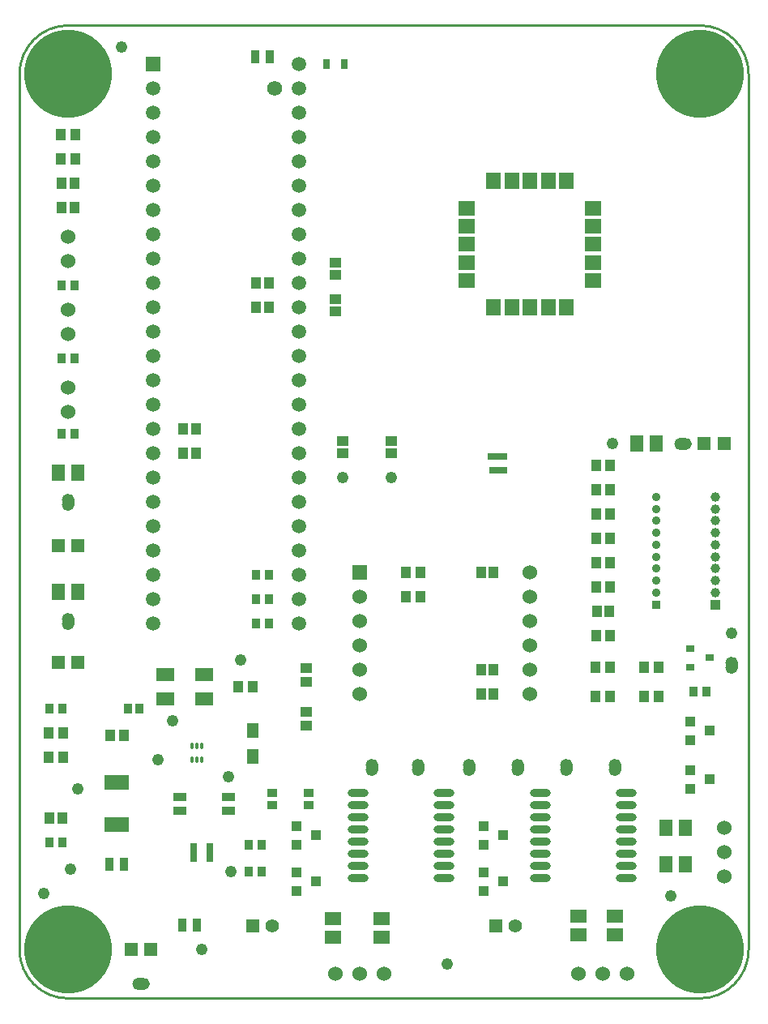
<source format=gts>
G04*
G04 #@! TF.GenerationSoftware,Altium Limited,Altium Designer,23.8.1 (32)*
G04*
G04 Layer_Color=8388736*
%FSLAX25Y25*%
%MOIN*%
G70*
G04*
G04 #@! TF.SameCoordinates,29178C35-F4AC-4926-8FEA-C3B9FECDB407*
G04*
G04*
G04 #@! TF.FilePolarity,Negative*
G04*
G01*
G75*
%ADD14C,0.01000*%
%ADD16R,0.03543X0.03150*%
%ADD19C,0.01000*%
%ADD30R,0.07087X0.05906*%
%ADD31R,0.05906X0.07087*%
%ADD32R,0.04724X0.05906*%
G04:AMPARAMS|DCode=33|XSize=26.38mil|YSize=11.81mil|CornerRadius=1.95mil|HoleSize=0mil|Usage=FLASHONLY|Rotation=90.000|XOffset=0mil|YOffset=0mil|HoleType=Round|Shape=RoundedRectangle|*
%AMROUNDEDRECTD33*
21,1,0.02638,0.00791,0,0,90.0*
21,1,0.02248,0.01181,0,0,90.0*
1,1,0.00390,0.00396,0.01124*
1,1,0.00390,0.00396,-0.01124*
1,1,0.00390,-0.00396,-0.01124*
1,1,0.00390,-0.00396,0.01124*
%
%ADD33ROUNDEDRECTD33*%
%ADD34R,0.03150X0.04134*%
%ADD35R,0.03740X0.05315*%
%ADD40R,0.05315X0.03740*%
%ADD44C,0.02900*%
%ADD45R,0.04343X0.03950*%
%ADD46R,0.02670X0.01981*%
%ADD47R,0.01981X0.06312*%
%ADD48R,0.07887X0.02769*%
%ADD49R,0.07493X0.02769*%
%ADD50R,0.06509X0.05524*%
%ADD51R,0.03753X0.04147*%
%ADD52R,0.03950X0.04540*%
%ADD53R,0.04343X0.04934*%
%ADD54R,0.03556X0.04147*%
%ADD55R,0.03950X0.04737*%
%ADD56R,0.05524X0.05524*%
%ADD57O,0.08674X0.03162*%
%ADD58R,0.07493X0.05328*%
%ADD59C,0.04800*%
%ADD60R,0.04540X0.04147*%
%ADD61R,0.04147X0.04540*%
%ADD62R,0.04737X0.03950*%
%ADD63R,0.04147X0.03753*%
%ADD64R,0.05524X0.06509*%
%ADD65C,0.05918*%
%ADD66R,0.05918X0.05918*%
%ADD67C,0.06000*%
%ADD68C,0.36233*%
%ADD69C,0.05524*%
%ADD70C,0.06181*%
%ADD71C,0.03937*%
%ADD72R,0.03937X0.03937*%
%ADD73C,0.03543*%
%ADD74R,0.03543X0.03543*%
%ADD75R,0.06000X0.06000*%
D14*
X391000Y236000D02*
Y238000D01*
X395000Y236000D02*
Y238000D01*
X122000Y303000D02*
Y305000D01*
X118000Y303000D02*
Y305000D01*
X122000Y254000D02*
Y256000D01*
X118000Y254000D02*
Y256000D01*
X372000Y330000D02*
X374000D01*
X372000Y326000D02*
X374000D01*
X149000Y108000D02*
X151000D01*
X149000Y104000D02*
X151000D01*
X343000Y194000D02*
Y196000D01*
X347000Y194000D02*
Y196000D01*
X323000Y194000D02*
Y196000D01*
X327000Y194000D02*
Y196000D01*
X307000Y194000D02*
Y196000D01*
X303000Y194000D02*
Y196000D01*
X287000Y194000D02*
Y196000D01*
X283000Y194000D02*
Y196000D01*
X262000Y194000D02*
Y196000D01*
X266000Y194000D02*
Y196000D01*
X243000Y194000D02*
Y196000D01*
X247000Y194000D02*
Y196000D01*
X380000Y100000D02*
G03*
X400000Y120000I0J20000D01*
G01*
X100000Y120000D02*
G03*
X120000Y100000I20000J0D01*
G01*
X400000Y480000D02*
G03*
X380000Y500000I-20000J0D01*
G01*
X120000Y500000D02*
G03*
X100000Y480000I0J-20000D01*
G01*
Y120000D02*
Y480000D01*
X400000Y120000D02*
X400000Y480000D01*
X120000Y100000D02*
X380000D01*
X120000Y500000D02*
X380000D01*
D16*
X375866Y243740D02*
D03*
Y236260D02*
D03*
X384134Y240000D02*
D03*
D19*
X393000Y239000D02*
D03*
Y235000D02*
D03*
X120000Y302000D02*
D03*
Y306000D02*
D03*
Y253000D02*
D03*
Y257000D02*
D03*
X375000Y328000D02*
D03*
X371000D02*
D03*
X152000Y106000D02*
D03*
X148000D02*
D03*
X345000Y197000D02*
D03*
Y193000D02*
D03*
X325000Y197000D02*
D03*
Y193000D02*
D03*
X305000D02*
D03*
Y197000D02*
D03*
X285000Y193000D02*
D03*
Y197000D02*
D03*
X264000D02*
D03*
Y193000D02*
D03*
X245000Y197000D02*
D03*
Y193000D02*
D03*
D30*
X284016Y395039D02*
D03*
Y402520D02*
D03*
Y410000D02*
D03*
Y417480D02*
D03*
Y424961D02*
D03*
X335984D02*
D03*
Y417480D02*
D03*
Y410000D02*
D03*
Y402520D02*
D03*
Y395039D02*
D03*
D31*
X295039Y435984D02*
D03*
X302520D02*
D03*
X310000D02*
D03*
X317480D02*
D03*
X324961D02*
D03*
Y384016D02*
D03*
X317480D02*
D03*
X310000D02*
D03*
X302520D02*
D03*
X295039D02*
D03*
D32*
X196000Y199598D02*
D03*
Y210228D02*
D03*
D33*
X171031Y198087D02*
D03*
X173000D02*
D03*
X174969D02*
D03*
Y203913D02*
D03*
X173000D02*
D03*
X171031D02*
D03*
D34*
X226358Y484000D02*
D03*
X233642D02*
D03*
D35*
X142953Y155000D02*
D03*
X137047D02*
D03*
X172953Y130000D02*
D03*
X167047D02*
D03*
X202953Y487000D02*
D03*
X197047D02*
D03*
D40*
X166000Y182953D02*
D03*
Y177047D02*
D03*
X186000Y182953D02*
D03*
Y177047D02*
D03*
D44*
X394100Y238000D02*
G03*
X394100Y238000I-1100J0D01*
G01*
Y236000D02*
G03*
X394100Y236000I-1100J0D01*
G01*
X121100Y303000D02*
G03*
X121100Y303000I-1100J0D01*
G01*
Y305000D02*
G03*
X121100Y305000I-1100J0D01*
G01*
Y254000D02*
G03*
X121100Y254000I-1100J0D01*
G01*
Y256000D02*
G03*
X121100Y256000I-1100J0D01*
G01*
X375100Y328000D02*
G03*
X375100Y328000I-1100J0D01*
G01*
X373100D02*
G03*
X373100Y328000I-1100J0D01*
G01*
X152100Y106000D02*
G03*
X152100Y106000I-1100J0D01*
G01*
X150100D02*
G03*
X150100Y106000I-1100J0D01*
G01*
X346100Y196000D02*
G03*
X346100Y196000I-1100J0D01*
G01*
Y194000D02*
G03*
X346100Y194000I-1100J0D01*
G01*
X326100Y196000D02*
G03*
X326100Y196000I-1100J0D01*
G01*
Y194000D02*
G03*
X326100Y194000I-1100J0D01*
G01*
X306100D02*
G03*
X306100Y194000I-1100J0D01*
G01*
Y196000D02*
G03*
X306100Y196000I-1100J0D01*
G01*
X286100Y194000D02*
G03*
X286100Y194000I-1100J0D01*
G01*
Y196000D02*
G03*
X286100Y196000I-1100J0D01*
G01*
X265100D02*
G03*
X265100Y196000I-1100J0D01*
G01*
Y194000D02*
G03*
X265100Y194000I-1100J0D01*
G01*
X246100Y196000D02*
G03*
X246100Y196000I-1100J0D01*
G01*
Y194000D02*
G03*
X246100Y194000I-1100J0D01*
G01*
D45*
X213866Y170740D02*
D03*
Y163260D02*
D03*
X222134Y167000D02*
D03*
X375866Y213740D02*
D03*
Y206260D02*
D03*
X384134Y210000D02*
D03*
X290866Y151740D02*
D03*
Y144260D02*
D03*
X299134Y148000D02*
D03*
X213866Y151740D02*
D03*
Y144260D02*
D03*
X222134Y148000D02*
D03*
X375866Y193740D02*
D03*
Y186260D02*
D03*
X384134Y190000D02*
D03*
X290866Y170740D02*
D03*
Y163260D02*
D03*
X299134Y167000D02*
D03*
D46*
X178299Y162953D02*
D03*
Y160984D02*
D03*
Y159016D02*
D03*
Y157047D02*
D03*
X171701D02*
D03*
Y159016D02*
D03*
Y160984D02*
D03*
Y162953D02*
D03*
D47*
X143937Y171339D02*
D03*
X141969D02*
D03*
X140000D02*
D03*
X138031D02*
D03*
X136063D02*
D03*
Y188661D02*
D03*
X138031D02*
D03*
X140000D02*
D03*
X141969D02*
D03*
X143937D02*
D03*
D48*
X296701Y322953D02*
D03*
D49*
X296898Y317047D02*
D03*
D50*
X249000Y125063D02*
D03*
Y132937D02*
D03*
X330000Y126063D02*
D03*
Y133937D02*
D03*
X345000Y126063D02*
D03*
Y133937D02*
D03*
X229000Y125063D02*
D03*
Y132937D02*
D03*
D51*
X382559Y226000D02*
D03*
X377441D02*
D03*
X197441Y274000D02*
D03*
X202559D02*
D03*
X199559Y163000D02*
D03*
X194441D02*
D03*
X197441Y254000D02*
D03*
X202559D02*
D03*
X197441Y264000D02*
D03*
X202559D02*
D03*
X117559Y219000D02*
D03*
X112441D02*
D03*
X117559Y164000D02*
D03*
X112441D02*
D03*
X199559Y152000D02*
D03*
X194441D02*
D03*
X122559Y393000D02*
D03*
X117441D02*
D03*
X122559Y363000D02*
D03*
X117441D02*
D03*
X122559Y332000D02*
D03*
X117441D02*
D03*
D52*
X112343Y174000D02*
D03*
X117657D02*
D03*
D53*
X142854Y208000D02*
D03*
X137146D02*
D03*
D54*
X149461Y219000D02*
D03*
X144539D02*
D03*
D55*
X343063Y319032D02*
D03*
X337158D02*
D03*
X259095Y275000D02*
D03*
X265000D02*
D03*
X259095Y265000D02*
D03*
X265000D02*
D03*
X362953Y236000D02*
D03*
X357047D02*
D03*
X362953Y224000D02*
D03*
X357047D02*
D03*
X342953Y236000D02*
D03*
X337047D02*
D03*
X342953Y224000D02*
D03*
X337047D02*
D03*
X190047Y228000D02*
D03*
X195953D02*
D03*
X117953Y199000D02*
D03*
X112047D02*
D03*
X112047Y209000D02*
D03*
X117953D02*
D03*
X117047Y455000D02*
D03*
X122953D02*
D03*
X117047Y445000D02*
D03*
X122953D02*
D03*
X343063Y249031D02*
D03*
X337158D02*
D03*
X343063Y269032D02*
D03*
X337158D02*
D03*
X343063Y279031D02*
D03*
X337158D02*
D03*
X343063Y289032D02*
D03*
X337158D02*
D03*
X343063Y299031D02*
D03*
X337158D02*
D03*
X343063Y309032D02*
D03*
X337158D02*
D03*
D56*
X145866Y120000D02*
D03*
X154134D02*
D03*
X381732Y328000D02*
D03*
X390000D02*
D03*
X115866Y286000D02*
D03*
X124134D02*
D03*
X115866Y238000D02*
D03*
X124134D02*
D03*
X296063Y129646D02*
D03*
X196063D02*
D03*
D57*
X274716Y149500D02*
D03*
Y154500D02*
D03*
Y159500D02*
D03*
Y164500D02*
D03*
Y169500D02*
D03*
Y174500D02*
D03*
Y179500D02*
D03*
Y184500D02*
D03*
X239283Y149500D02*
D03*
Y154500D02*
D03*
Y159500D02*
D03*
Y164500D02*
D03*
Y169500D02*
D03*
Y174500D02*
D03*
Y179500D02*
D03*
Y184500D02*
D03*
X349716Y149500D02*
D03*
Y154500D02*
D03*
Y159500D02*
D03*
Y164500D02*
D03*
Y169500D02*
D03*
Y174500D02*
D03*
Y179500D02*
D03*
Y184500D02*
D03*
X314283Y149500D02*
D03*
Y154500D02*
D03*
Y159500D02*
D03*
Y164500D02*
D03*
Y169500D02*
D03*
Y174500D02*
D03*
Y179500D02*
D03*
Y184500D02*
D03*
D58*
X176000Y233020D02*
D03*
Y222980D02*
D03*
X160000Y233020D02*
D03*
Y222980D02*
D03*
D59*
X124000Y186000D02*
D03*
X142000Y491000D02*
D03*
X393000Y250000D02*
D03*
X368000Y142000D02*
D03*
X110000Y143000D02*
D03*
X175000Y120000D02*
D03*
X276000Y114000D02*
D03*
X163000Y214000D02*
D03*
X157000Y198000D02*
D03*
X191000Y239000D02*
D03*
X186000Y191000D02*
D03*
X187000Y152000D02*
D03*
X121000Y153000D02*
D03*
X344000Y328000D02*
D03*
X253000Y314000D02*
D03*
X233000D02*
D03*
D60*
X253000Y324000D02*
D03*
Y329118D02*
D03*
X230000Y402559D02*
D03*
Y397441D02*
D03*
Y387559D02*
D03*
Y382441D02*
D03*
X233000Y329118D02*
D03*
Y324000D02*
D03*
D61*
X197441Y394000D02*
D03*
X202559D02*
D03*
Y384000D02*
D03*
X197441D02*
D03*
X167441Y324000D02*
D03*
X172559D02*
D03*
X167441Y334000D02*
D03*
X172559D02*
D03*
X295000Y275000D02*
D03*
X289882D02*
D03*
X117441Y435000D02*
D03*
X122559D02*
D03*
X295000Y235000D02*
D03*
X289882D02*
D03*
X117441Y425000D02*
D03*
X122559D02*
D03*
X295000Y225000D02*
D03*
X289882D02*
D03*
X342669Y259032D02*
D03*
X337551D02*
D03*
D62*
X218000Y235953D02*
D03*
Y230047D02*
D03*
Y217953D02*
D03*
Y212047D02*
D03*
D63*
X204000Y179441D02*
D03*
Y184559D02*
D03*
X219000Y179441D02*
D03*
Y184559D02*
D03*
D64*
X123937Y316000D02*
D03*
X116063D02*
D03*
X123937Y267000D02*
D03*
X116063D02*
D03*
X362000Y328000D02*
D03*
X354126D02*
D03*
X373937Y170000D02*
D03*
X366063D02*
D03*
X373937Y155000D02*
D03*
X366063D02*
D03*
D65*
X215002Y483998D02*
D03*
Y473998D02*
D03*
Y463998D02*
D03*
Y453998D02*
D03*
Y443998D02*
D03*
Y433998D02*
D03*
Y423998D02*
D03*
Y413998D02*
D03*
Y403998D02*
D03*
Y393998D02*
D03*
Y383998D02*
D03*
Y373998D02*
D03*
Y363998D02*
D03*
Y353998D02*
D03*
Y343998D02*
D03*
Y333998D02*
D03*
Y323998D02*
D03*
Y313998D02*
D03*
Y303998D02*
D03*
Y293998D02*
D03*
Y283998D02*
D03*
Y273998D02*
D03*
Y263998D02*
D03*
Y253998D02*
D03*
X154998Y254002D02*
D03*
Y264002D02*
D03*
Y274002D02*
D03*
Y284002D02*
D03*
Y294002D02*
D03*
Y304002D02*
D03*
Y314002D02*
D03*
Y324002D02*
D03*
Y334002D02*
D03*
Y344002D02*
D03*
Y354002D02*
D03*
Y364002D02*
D03*
Y374002D02*
D03*
Y384002D02*
D03*
Y394002D02*
D03*
Y404002D02*
D03*
Y414002D02*
D03*
Y424002D02*
D03*
Y434002D02*
D03*
Y444002D02*
D03*
Y454002D02*
D03*
Y464002D02*
D03*
Y474002D02*
D03*
D66*
Y484002D02*
D03*
D67*
X250000Y110000D02*
D03*
X240000D02*
D03*
X230000D02*
D03*
X120000Y341000D02*
D03*
Y351000D02*
D03*
X240000Y225000D02*
D03*
Y235000D02*
D03*
Y245000D02*
D03*
Y255000D02*
D03*
Y265000D02*
D03*
X310000Y225000D02*
D03*
Y235000D02*
D03*
Y245000D02*
D03*
Y255000D02*
D03*
Y265000D02*
D03*
Y275000D02*
D03*
X120000Y403000D02*
D03*
Y413000D02*
D03*
Y373000D02*
D03*
Y383000D02*
D03*
X390000Y150000D02*
D03*
Y160000D02*
D03*
Y170000D02*
D03*
X350000Y110000D02*
D03*
X340000D02*
D03*
X330000D02*
D03*
D68*
X120000Y120000D02*
D03*
Y480000D02*
D03*
X380000D02*
D03*
Y120000D02*
D03*
D69*
X303937Y129646D02*
D03*
X203937D02*
D03*
D70*
X205000Y473998D02*
D03*
D71*
X386429Y306177D02*
D03*
Y301256D02*
D03*
Y296335D02*
D03*
Y291413D02*
D03*
Y286492D02*
D03*
Y281571D02*
D03*
Y276650D02*
D03*
Y271728D02*
D03*
Y266807D02*
D03*
D72*
Y261886D02*
D03*
D73*
X361882Y306177D02*
D03*
Y301256D02*
D03*
Y296335D02*
D03*
Y291413D02*
D03*
Y286492D02*
D03*
Y281571D02*
D03*
Y276650D02*
D03*
Y271728D02*
D03*
Y266807D02*
D03*
D74*
Y261886D02*
D03*
D75*
X240000Y275000D02*
D03*
M02*

</source>
